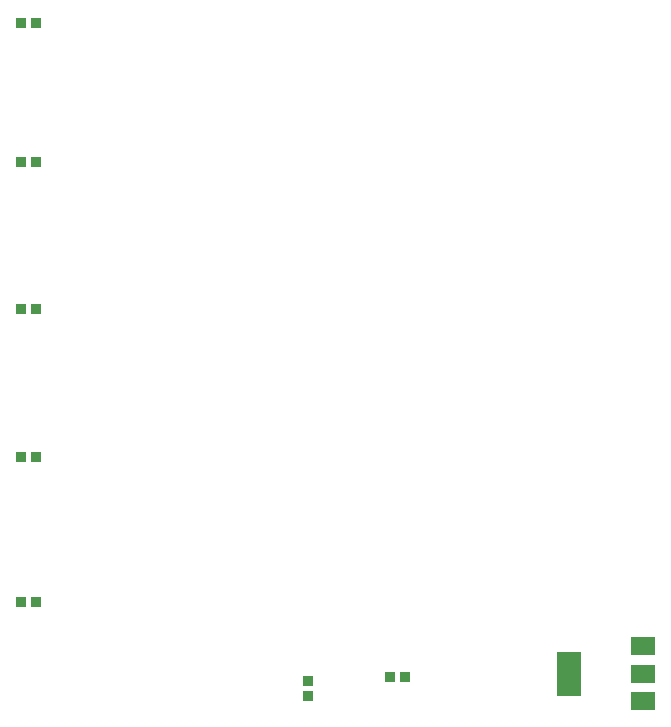
<source format=gbr>
%TF.GenerationSoftware,Altium Limited,Altium Designer,19.0.10 (269)*%
G04 Layer_Color=128*
%FSLAX26Y26*%
%MOIN*%
%TF.FileFunction,Paste,Bot*%
%TF.Part,Single*%
G01*
G75*
%TA.AperFunction,SMDPad,CuDef*%
%ADD11R,0.037402X0.033465*%
%ADD12R,0.033465X0.037402*%
%ADD13R,0.078740X0.149606*%
%ADD14R,0.078740X0.059055*%
D11*
X1325000Y149409D02*
D03*
Y200590D02*
D03*
D12*
X369409Y2393889D02*
D03*
X420591D02*
D03*
X369409Y1440000D02*
D03*
X420591D02*
D03*
X369409Y947222D02*
D03*
X420591D02*
D03*
X369409Y465000D02*
D03*
X420591D02*
D03*
X1650591Y215000D02*
D03*
X1599409D02*
D03*
X420591Y1930000D02*
D03*
X369409D02*
D03*
D13*
X2195984Y225000D02*
D03*
D14*
X2444016Y134449D02*
D03*
Y225000D02*
D03*
Y315551D02*
D03*
%TF.MD5,d9f575c2f2a70213b95f9e032946c8b7*%
M02*

</source>
